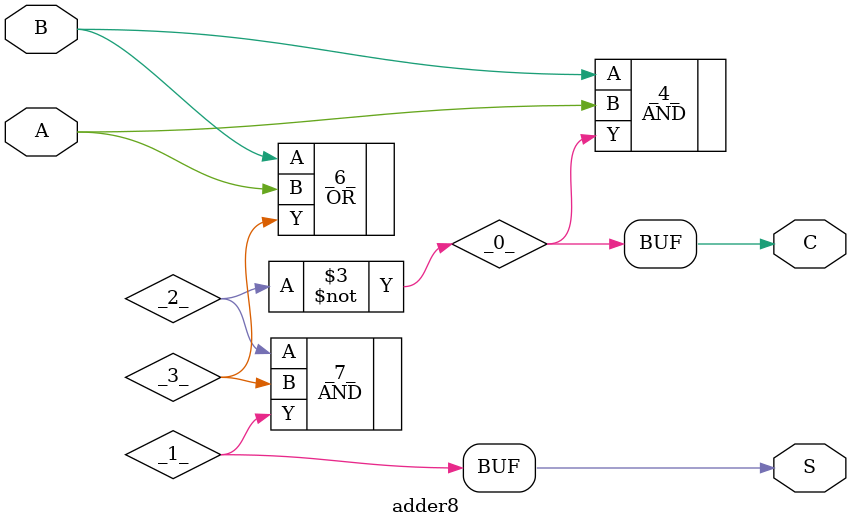
<source format=v>
/* Generated by Yosys 0.41+83 (git sha1 7045cf509, x86_64-w64-mingw32-g++ 13.2.1 -Os) */

/* cells_not_processed =  1  */
/* src = "adder8.v:2.1-25.10" */
module adder8(A, B, S, C);
  /* src = "adder8.v:6.5-24.8" */
  wire _0_;
  /* src = "adder8.v:6.5-24.8" */
  wire _1_;
  wire _2_;
  wire _3_;
  /* src = "adder8.v:3.11-3.12" */
  input A;
  wire A;
  /* src = "adder8.v:3.14-3.15" */
  input B;
  wire B;
  /* src = "adder8.v:4.19-4.20" */
  output C;
  reg C;
  /* src = "adder8.v:4.16-4.17" */
  output S;
  reg S;
  AND _4_ (
    .A(B),
    .B(A),
    .Y(_0_)
  );
  not _5_ (
    .A(_0_),
    .Y(_2_)
  );
  OR _6_ (
    .A(B),
    .B(A),
    .Y(_3_)
  );
  AND _7_ (
    .A(_2_),
    .B(_3_),
    .Y(_1_)
  );
  /* src = "adder8.v:6.5-24.8" */
  always @*
    if (!1'h0) C = _0_;
  /* src = "adder8.v:6.5-24.8" */
  always @*
    if (!1'h0) S = _1_;
endmodule

</source>
